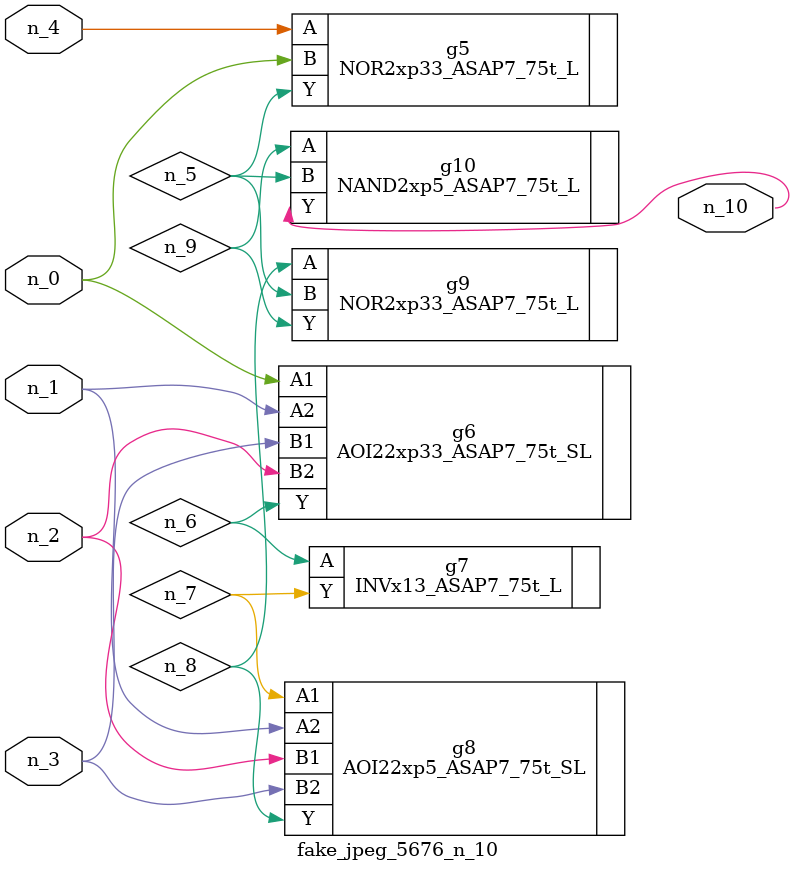
<source format=v>
module fake_jpeg_5676_n_10 (n_3, n_2, n_1, n_0, n_4, n_10);

input n_3;
input n_2;
input n_1;
input n_0;
input n_4;

output n_10;

wire n_8;
wire n_9;
wire n_6;
wire n_5;
wire n_7;

NOR2xp33_ASAP7_75t_L g5 ( 
.A(n_4),
.B(n_0),
.Y(n_5)
);

AOI22xp33_ASAP7_75t_SL g6 ( 
.A1(n_0),
.A2(n_1),
.B1(n_3),
.B2(n_2),
.Y(n_6)
);

INVx13_ASAP7_75t_L g7 ( 
.A(n_6),
.Y(n_7)
);

AOI22xp5_ASAP7_75t_SL g8 ( 
.A1(n_7),
.A2(n_1),
.B1(n_2),
.B2(n_3),
.Y(n_8)
);

NOR2xp33_ASAP7_75t_L g9 ( 
.A(n_8),
.B(n_5),
.Y(n_9)
);

NAND2xp5_ASAP7_75t_L g10 ( 
.A(n_9),
.B(n_5),
.Y(n_10)
);


endmodule
</source>
